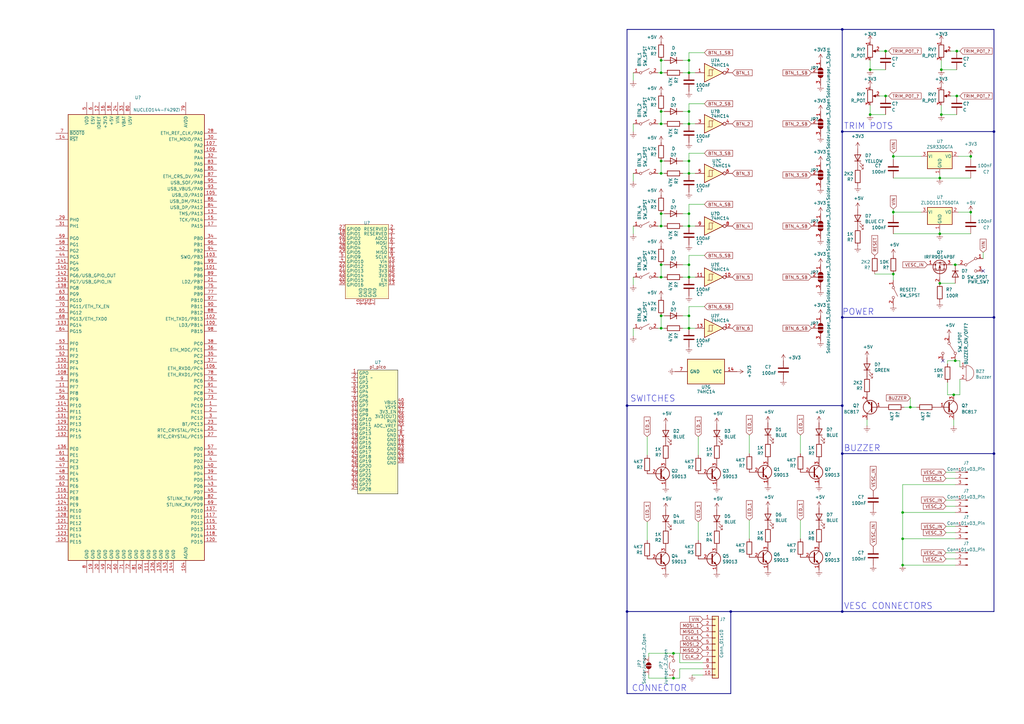
<source format=kicad_sch>
(kicad_sch (version 20230121) (generator eeschema)
  (paper "A3")
  (title_block (title "HEVCS Main Board") (date "2023-04-09") (rev "1.0") (company "Sirmon Industries, Noah Harvey, Jack Pendlebury, Daniel Cole, Luke Waller"))
  (junction (at 282.575 134.62))
  (junction (at 271.145 29.845))
  (junction (at 407.67 53.975))
  (junction (at 271.145 129.54))
  (junction (at 373.38 167.005))
  (junction (at 257.175 166.37))
  (junction (at 391.16 161.925))
  (junction (at 299.72 250.825))
  (junction (at 391.795 108.585))
  (junction (at 276.225 278.13))
  (junction (at 271.145 71.12))
  (junction (at 271.145 24.765))
  (junction (at 366.395 112.395))
  (junction (at 407.67 186.055))
  (junction (at 345.44 166.37))
  (junction (at 366.395 64.135))
  (junction (at 385.445 95.885))
  (junction (at 363.22 20.955))
  (junction (at 271.145 66.04))
  (junction (at 271.145 134.62))
  (junction (at 366.395 86.995))
  (junction (at 356.87 28.575))
  (junction (at 282.575 108.585))
  (junction (at 345.44 186.055))
  (junction (at 386.08 28.575))
  (junction (at 271.145 92.71))
  (junction (at 271.145 87.63))
  (junction (at 282.575 24.765))
  (junction (at 370.205 231.775))
  (junction (at 392.43 39.37))
  (junction (at 356.87 46.99))
  (junction (at 282.575 113.665))
  (junction (at 370.205 210.185))
  (junction (at 345.44 53.975))
  (junction (at 345.44 12.065))
  (junction (at 257.175 250.825))
  (junction (at 271.145 113.665))
  (junction (at 391.795 147.955))
  (junction (at 363.22 39.37))
  (junction (at 282.575 29.845))
  (junction (at 282.575 87.63))
  (junction (at 271.145 45.72))
  (junction (at 282.575 71.12))
  (junction (at 282.575 66.04))
  (junction (at 398.145 86.995))
  (junction (at 385.445 116.205))
  (junction (at 271.145 50.8))
  (junction (at 282.575 45.72))
  (junction (at 282.575 50.8))
  (junction (at 282.575 92.71))
  (junction (at 345.44 250.825))
  (junction (at 392.43 20.955))
  (junction (at 386.08 46.99))
  (junction (at 276.225 267.97))
  (junction (at 370.205 220.98))
  (junction (at 385.445 73.025))
  (junction (at 398.145 64.135))
  (junction (at 407.67 130.175))
  (junction (at 271.145 108.585))
  (junction (at 345.44 130.175))
  (junction (at 282.575 129.54))
  (no_connect (at 403.225 111.125))
  (no_connect (at 386.715 147.955))
  (wire (pts (xy 391.795 147.955) (xy 388.62 147.955)))
  (wire (pts (xy 280.035 66.04) (xy 282.575 66.04)))
  (wire (pts (xy 271.145 66.04) (xy 272.415 66.04)))
  (bus (pts (xy 345.44 53.975) (xy 407.67 53.975)))
  (wire (pts (xy 280.035 113.665) (xy 282.575 113.665)))
  (wire (pts (xy 282.575 92.71) (xy 285.115 92.71)))
  (wire (pts (xy 288.29 274.32) (xy 278.765 274.32)))
  (wire (pts (xy 266.065 267.97) (xy 276.225 267.97)))
  (bus (pts (xy 257.175 250.825) (xy 257.175 166.37)))
  (wire (pts (xy 385.445 71.755) (xy 385.445 73.025)))
  (wire (pts (xy 363.22 20.955) (xy 360.68 20.955)))
  (bus (pts (xy 257.175 166.37) (xy 257.175 12.065)))
  (wire (pts (xy 370.84 167.005) (xy 373.38 167.005)))
  (wire (pts (xy 271.145 24.765) (xy 271.145 29.845)))
  (wire (pts (xy 398.145 95.885) (xy 385.445 95.885)))
  (wire (pts (xy 392.43 20.955) (xy 393.7 20.955)))
  (wire (pts (xy 307.34 178.435) (xy 307.34 186.055)))
  (wire (pts (xy 282.575 125.73) (xy 288.925 125.73)))
  (wire (pts (xy 259.715 95.885) (xy 259.715 92.71)))
  (wire (pts (xy 269.875 113.665) (xy 271.145 113.665)))
  (wire (pts (xy 363.22 39.37) (xy 364.49 39.37)))
  (wire (pts (xy 280.035 108.585) (xy 282.575 108.585)))
  (wire (pts (xy 366.395 95.885) (xy 385.445 95.885)))
  (wire (pts (xy 280.035 24.765) (xy 282.575 24.765)))
  (wire (pts (xy 282.575 113.665) (xy 285.115 113.665)))
  (wire (pts (xy 307.34 213.36) (xy 307.34 220.98)))
  (wire (pts (xy 358.775 112.395) (xy 366.395 112.395)))
  (wire (pts (xy 356.87 24.765) (xy 356.87 28.575)))
  (wire (pts (xy 391.795 220.98) (xy 370.205 220.98)))
  (wire (pts (xy 271.145 45.72) (xy 272.415 45.72)))
  (wire (pts (xy 265.43 213.995) (xy 265.43 221.615)))
  (wire (pts (xy 278.765 267.97) (xy 276.225 267.97)))
  (wire (pts (xy 282.575 71.12) (xy 285.115 71.12)))
  (wire (pts (xy 328.295 213.36) (xy 328.295 220.98)))
  (wire (pts (xy 280.035 50.8) (xy 282.575 50.8)))
  (wire (pts (xy 269.875 134.62) (xy 271.145 134.62)))
  (wire (pts (xy 269.875 29.845) (xy 271.145 29.845)))
  (wire (pts (xy 391.16 161.925) (xy 393.7 161.925)))
  (wire (pts (xy 266.065 278.13) (xy 276.225 278.13)))
  (wire (pts (xy 370.205 220.98) (xy 370.205 231.775)))
  (wire (pts (xy 271.145 50.8) (xy 272.415 50.8)))
  (wire (pts (xy 373.38 167.005) (xy 375.92 167.005)))
  (wire (pts (xy 363.22 20.955) (xy 364.49 20.955)))
  (wire (pts (xy 366.395 86.995) (xy 377.825 86.995)))
  (wire (pts (xy 363.22 39.37) (xy 360.68 39.37)))
  (wire (pts (xy 288.29 271.78) (xy 278.765 271.78)))
  (wire (pts (xy 280.035 29.845) (xy 282.575 29.845)))
  (wire (pts (xy 387.985 226.695) (xy 391.795 226.695)))
  (wire (pts (xy 398.145 64.135) (xy 398.145 65.405)))
  (wire (pts (xy 387.985 205.105) (xy 391.795 205.105)))
  (wire (pts (xy 282.575 45.72) (xy 282.575 50.8)))
  (bus (pts (xy 407.67 53.975) (xy 407.67 12.065)))
  (wire (pts (xy 366.395 62.865) (xy 366.395 64.135)))
  (wire (pts (xy 391.16 172.085) (xy 391.16 174.625)))
  (wire (pts (xy 366.395 85.725) (xy 366.395 86.995)))
  (wire (pts (xy 386.08 43.18) (xy 386.08 46.99)))
  (wire (pts (xy 271.145 113.665) (xy 272.415 113.665)))
  (bus (pts (xy 257.175 250.825) (xy 257.175 284.48)))
  (wire (pts (xy 286.385 213.995) (xy 286.385 221.615)))
  (wire (pts (xy 387.985 218.44) (xy 391.795 218.44)))
  (bus (pts (xy 345.44 12.065) (xy 345.44 53.975)))
  (wire (pts (xy 370.205 198.755) (xy 370.205 210.185)))
  (wire (pts (xy 385.445 116.205) (xy 391.795 116.205)))
  (wire (pts (xy 259.715 33.02) (xy 259.715 29.845)))
  (wire (pts (xy 393.065 86.995) (xy 398.145 86.995)))
  (wire (pts (xy 259.715 74.295) (xy 259.715 71.12)))
  (bus (pts (xy 345.44 250.825) (xy 407.67 250.825)))
  (wire (pts (xy 386.08 24.765) (xy 386.08 28.575)))
  (bus (pts (xy 407.67 250.825) (xy 407.67 186.055)))
  (wire (pts (xy 269.875 92.71) (xy 271.145 92.71)))
  (wire (pts (xy 280.035 92.71) (xy 282.575 92.71)))
  (wire (pts (xy 282.575 21.59) (xy 282.575 24.765)))
  (wire (pts (xy 370.205 231.775) (xy 391.795 231.775)))
  (bus (pts (xy 345.44 250.825) (xy 299.72 250.825)))
  (wire (pts (xy 269.875 71.12) (xy 271.145 71.12)))
  (wire (pts (xy 387.985 196.215) (xy 391.795 196.215)))
  (wire (pts (xy 391.795 198.755) (xy 370.205 198.755)))
  (wire (pts (xy 386.08 46.99) (xy 392.43 46.99)))
  (wire (pts (xy 282.575 42.545) (xy 288.925 42.545)))
  (wire (pts (xy 356.87 46.99) (xy 363.22 46.99)))
  (wire (pts (xy 393.7 161.925) (xy 393.7 155.575)))
  (bus (pts (xy 345.44 130.175) (xy 345.44 166.37)))
  (wire (pts (xy 392.43 39.37) (xy 393.7 39.37)))
  (bus (pts (xy 407.67 130.175) (xy 407.67 53.975)))
  (wire (pts (xy 271.145 129.54) (xy 271.145 134.62)))
  (wire (pts (xy 393.7 150.495) (xy 393.7 147.955)))
  (wire (pts (xy 282.575 129.54) (xy 282.575 134.62)))
  (wire (pts (xy 280.035 87.63) (xy 282.575 87.63)))
  (wire (pts (xy 282.575 83.82) (xy 288.925 83.82)))
  (bus (pts (xy 299.72 250.825) (xy 257.175 250.825)))
  (wire (pts (xy 282.575 104.775) (xy 282.575 108.585)))
  (wire (pts (xy 282.575 83.82) (xy 282.575 87.63)))
  (bus (pts (xy 345.44 53.975) (xy 345.44 130.175)))
  (wire (pts (xy 280.035 129.54) (xy 282.575 129.54)))
  (bus (pts (xy 257.175 166.37) (xy 345.44 166.37)))
  (wire (pts (xy 391.795 210.185) (xy 370.205 210.185)))
  (wire (pts (xy 387.985 229.235) (xy 391.795 229.235)))
  (wire (pts (xy 386.08 28.575) (xy 392.43 28.575)))
  (wire (pts (xy 282.575 24.765) (xy 282.575 29.845)))
  (wire (pts (xy 271.145 29.845) (xy 272.415 29.845)))
  (bus (pts (xy 257.175 12.065) (xy 345.44 12.065)))
  (wire (pts (xy 366.395 73.025) (xy 385.445 73.025)))
  (wire (pts (xy 398.145 86.995) (xy 398.145 88.265)))
  (wire (pts (xy 393.065 64.135) (xy 398.145 64.135)))
  (wire (pts (xy 271.145 92.71) (xy 272.415 92.71)))
  (wire (pts (xy 366.395 86.995) (xy 366.395 88.265)))
  (wire (pts (xy 393.7 147.955) (xy 391.795 147.955)))
  (wire (pts (xy 282.575 21.59) (xy 288.925 21.59)))
  (wire (pts (xy 265.43 179.07) (xy 265.43 186.69)))
  (wire (pts (xy 387.985 215.9) (xy 391.795 215.9)))
  (wire (pts (xy 271.145 134.62) (xy 272.415 134.62)))
  (wire (pts (xy 387.985 207.645) (xy 391.795 207.645)))
  (wire (pts (xy 271.145 87.63) (xy 272.415 87.63)))
  (wire (pts (xy 283.845 276.86) (xy 288.29 276.86)))
  (wire (pts (xy 388.62 161.925) (xy 388.62 156.845)))
  (wire (pts (xy 385.445 94.615) (xy 385.445 95.885)))
  (wire (pts (xy 282.575 62.865) (xy 282.575 66.04)))
  (bus (pts (xy 345.44 186.055) (xy 407.67 186.055)))
  (wire (pts (xy 280.035 71.12) (xy 282.575 71.12)))
  (wire (pts (xy 282.575 66.04) (xy 282.575 71.12)))
  (wire (pts (xy 403.225 103.505) (xy 403.225 106.045)))
  (bus (pts (xy 345.44 166.37) (xy 345.44 186.055)))
  (wire (pts (xy 392.43 20.955) (xy 389.89 20.955)))
  (wire (pts (xy 398.145 73.025) (xy 385.445 73.025)))
  (wire (pts (xy 282.575 29.845) (xy 285.115 29.845)))
  (wire (pts (xy 391.795 108.585) (xy 393.065 108.585)))
  (wire (pts (xy 282.575 87.63) (xy 282.575 92.71)))
  (wire (pts (xy 370.205 210.185) (xy 370.205 220.98)))
  (bus (pts (xy 345.44 12.065) (xy 407.67 12.065)))
  (wire (pts (xy 366.395 64.135) (xy 366.395 65.405)))
  (bus (pts (xy 257.175 284.48) (xy 299.72 284.48)))
  (bus (pts (xy 407.67 186.055) (xy 407.67 130.175)))
  (wire (pts (xy 286.385 179.07) (xy 286.385 186.69)))
  (wire (pts (xy 280.035 45.72) (xy 282.575 45.72)))
  (wire (pts (xy 366.395 112.395) (xy 366.395 114.935)))
  (wire (pts (xy 271.145 108.585) (xy 272.415 108.585)))
  (wire (pts (xy 259.715 116.84) (xy 259.715 113.665)))
  (wire (pts (xy 266.065 269.24) (xy 266.065 267.97)))
  (wire (pts (xy 269.875 50.8) (xy 271.145 50.8)))
  (wire (pts (xy 271.145 24.765) (xy 272.415 24.765)))
  (bus (pts (xy 345.44 130.175) (xy 407.67 130.175)))
  (wire (pts (xy 282.575 134.62) (xy 285.115 134.62)))
  (wire (pts (xy 259.715 53.975) (xy 259.715 50.8)))
  (wire (pts (xy 282.575 104.775) (xy 288.925 104.775)))
  (wire (pts (xy 282.575 42.545) (xy 282.575 45.72)))
  (wire (pts (xy 392.43 39.37) (xy 389.89 39.37)))
  (wire (pts (xy 328.295 178.435) (xy 328.295 186.055)))
  (wire (pts (xy 271.145 87.63) (xy 271.145 92.71)))
  (wire (pts (xy 271.145 45.72) (xy 271.145 50.8)))
  (wire (pts (xy 271.145 108.585) (xy 271.145 113.665)))
  (wire (pts (xy 266.065 276.86) (xy 266.065 278.13)))
  (wire (pts (xy 278.765 271.78) (xy 278.765 267.97)))
  (bus (pts (xy 299.72 250.825) (xy 299.72 284.48)))
  (wire (pts (xy 278.765 278.13) (xy 276.225 278.13)))
  (wire (pts (xy 282.575 108.585) (xy 282.575 113.665)))
  (wire (pts (xy 259.715 137.795) (xy 259.715 134.62)))
  (wire (pts (xy 373.38 163.195) (xy 373.38 167.005)))
  (wire (pts (xy 390.525 108.585) (xy 391.795 108.585)))
  (wire (pts (xy 355.6 172.085) (xy 355.6 174.625)))
  (wire (pts (xy 271.145 71.12) (xy 272.415 71.12)))
  (bus (pts (xy 345.44 186.055) (xy 345.44 250.825)))
  (wire (pts (xy 282.575 125.73) (xy 282.575 129.54)))
  (wire (pts (xy 271.145 129.54) (xy 272.415 129.54)))
  (wire (pts (xy 388.62 161.925) (xy 391.16 161.925)))
  (wire (pts (xy 282.575 50.8) (xy 285.115 50.8)))
  (wire (pts (xy 388.62 147.955) (xy 388.62 149.225)))
  (wire (pts (xy 356.87 28.575) (xy 363.22 28.575)))
  (wire (pts (xy 356.87 43.18) (xy 356.87 46.99)))
  (wire (pts (xy 366.395 64.135) (xy 377.825 64.135)))
  (wire (pts (xy 282.575 62.865) (xy 288.925 62.865)))
  (wire (pts (xy 280.035 134.62) (xy 282.575 134.62)))
  (wire (pts (xy 387.985 193.675) (xy 391.795 193.675)))
  (wire (pts (xy 278.765 274.32) (xy 278.765 278.13)))
  (wire (pts (xy 271.145 66.04) (xy 271.145 71.12)))
  (text "BUZZER" (at 346.075 185.42 0) (effects (font (size 2.54 2.54)) (justify left bottom)))
  (text "CONNECTOR" (at 259.08 283.845 0) (effects (font (size 2.54 2.54)) (justify left bottom)))
  (text "VESC CONNECTORS" (at 346.075 250.19 0) (effects (font (size 2.54 2.54)) (justify left bottom)))
  (text "TRIM POTS" (at 346.075 53.34 0) (effects (font (size 2.54 2.54)) (justify left bottom)))
  (text "POWER" (at 345.44 129.54 0) (effects (font (size 2.54 2.54)) (justify left bottom)))
  (text "SWITCHES" (at 258.445 165.1 0) (effects (font (size 2.54 2.54)) (justify left bottom)))
  (global_label "VESC_IN" (shape input) (at 387.985 215.9 180) (property "Intersheetrefs" "${INTERSHEET_REFS}" (effects hide)))
  (global_label "BTN_1_SB" (shape input) (at 332.74 29.845 180) (property "Intersheetrefs" "${INTERSHEET_REFS}" (effects hide)))
  (global_label "TRIM_POT_?" (shape input) (at 393.7 39.37 0) (property "Intersheetrefs" "${INTERSHEET_REFS}" (effects hide)))
  (global_label "MISO_2" (shape input) (at 288.29 266.7 180) (property "Intersheetrefs" "${INTERSHEET_REFS}" (effects hide)))
  (global_label "LED_1" (shape input) (at 286.385 213.995 90) (property "Intersheetrefs" "${INTERSHEET_REFS}" (effects hide)))
  (global_label "BTN_5_SB" (shape input) (at 332.74 113.665 180) (property "Intersheetrefs" "${INTERSHEET_REFS}" (effects hide)))
  (global_label "MOSI_2" (shape input) (at 288.29 264.16 180) (property "Intersheetrefs" "${INTERSHEET_REFS}" (effects hide)))
  (global_label "BTN_1" (shape input) (at 300.355 29.845 0) (property "Intersheetrefs" "${INTERSHEET_REFS}" (effects hide)))
  (global_label "VESC_IN" (shape input) (at 358.14 201.295 90) (property "Intersheetrefs" "${INTERSHEET_REFS}" (effects hide)))
  (global_label "TRIM_POT_?" (shape input) (at 393.7 20.955 0) (property "Intersheetrefs" "${INTERSHEET_REFS}" (effects hide)))
  (global_label "LED_1" (shape input) (at 328.295 178.435 90) (property "Intersheetrefs" "${INTERSHEET_REFS}" (effects hide)))
  (global_label "LED_1" (shape input) (at 286.385 179.07 90) (property "Intersheetrefs" "${INTERSHEET_REFS}" (effects hide)))
  (global_label "VIN" (shape input) (at 288.29 254 180) (property "Intersheetrefs" "${INTERSHEET_REFS}" (effects hide)))
  (global_label "BTN_5_SB" (shape input) (at 288.925 104.775 0) (property "Intersheetrefs" "${INTERSHEET_REFS}" (effects hide)))
  (global_label "RESET" (shape input) (at 358.775 104.775 90) (property "Intersheetrefs" "${INTERSHEET_REFS}" (effects hide)))
  (global_label "BUZZER" (shape input) (at 373.38 163.195 180) (property "Intersheetrefs" "${INTERSHEET_REFS}" (effects hide)))
  (global_label "VESC_IN" (shape input) (at 387.985 205.105 180) (property "Intersheetrefs" "${INTERSHEET_REFS}" (effects hide)))
  (global_label "VESC_3" (shape input) (at 387.985 218.44 180) (property "Intersheetrefs" "${INTERSHEET_REFS}" (effects hide)))
  (global_label "BTN_6_SB" (shape input) (at 288.925 125.73 0) (property "Intersheetrefs" "${INTERSHEET_REFS}" (effects hide)))
  (global_label "VIN" (shape input) (at 403.225 103.505 90) (property "Intersheetrefs" "${INTERSHEET_REFS}" (effects hide)))
  (global_label "BTN_4" (shape input) (at 300.355 92.71 0) (property "Intersheetrefs" "${INTERSHEET_REFS}" (effects hide)))
  (global_label "TRIM_POT_?" (shape input) (at 364.49 39.37 0) (property "Intersheetrefs" "${INTERSHEET_REFS}" (effects hide)))
  (global_label "LED_1" (shape input) (at 328.295 213.36 90) (property "Intersheetrefs" "${INTERSHEET_REFS}" (effects hide)))
  (global_label "BTN_2" (shape input) (at 300.355 50.8 0) (property "Intersheetrefs" "${INTERSHEET_REFS}" (effects hide)))
  (global_label "VESC_IN" (shape input) (at 380.365 108.585 180) (property "Intersheetrefs" "${INTERSHEET_REFS}" (effects hide)))
  (global_label "BTN_3" (shape input) (at 300.355 71.12 0) (property "Intersheetrefs" "${INTERSHEET_REFS}" (effects hide)))
  (global_label "VIN" (shape input) (at 366.395 85.725 90) (property "Intersheetrefs" "${INTERSHEET_REFS}" (effects hide)))
  (global_label "VESC_IN" (shape input) (at 358.14 224.155 90) (property "Intersheetrefs" "${INTERSHEET_REFS}" (effects hide)))
  (global_label "BTN_3_SB" (shape input) (at 288.925 62.865 0) (property "Intersheetrefs" "${INTERSHEET_REFS}" (effects hide)))
  (global_label "VESC_4" (shape input) (at 387.985 229.235 180) (property "Intersheetrefs" "${INTERSHEET_REFS}" (effects hide)))
  (global_label "MOSI_1" (shape input) (at 288.29 256.54 180) (property "Intersheetrefs" "${INTERSHEET_REFS}" (effects hide)))
  (global_label "VESC_2" (shape input) (at 387.985 207.645 180) (property "Intersheetrefs" "${INTERSHEET_REFS}" (effects hide)))
  (global_label "BTN_2_SB" (shape input) (at 288.925 42.545 0) (property "Intersheetrefs" "${INTERSHEET_REFS}" (effects hide)))
  (global_label "BTN_5" (shape input) (at 300.355 113.665 0) (property "Intersheetrefs" "${INTERSHEET_REFS}" (effects hide)))
  (global_label "LED_1" (shape input) (at 265.43 213.995 90) (property "Intersheetrefs" "${INTERSHEET_REFS}" (effects hide)))
  (global_label "BTN_4_SB" (shape input) (at 332.74 92.71 180) (property "Intersheetrefs" "${INTERSHEET_REFS}" (effects hide)))
  (global_label "VESC_IN" (shape input) (at 387.985 226.695 180) (property "Intersheetrefs" "${INTERSHEET_REFS}" (effects hide)))
  (global_label "BTN_4_SB" (shape input) (at 288.925 83.82 0) (property "Intersheetrefs" "${INTERSHEET_REFS}" (effects hide)))
  (global_label "LED_1" (shape input) (at 265.43 179.07 90) (property "Intersheetrefs" "${INTERSHEET_REFS}" (effects hide)))
  (global_label "CLK_1" (shape input) (at 288.29 261.62 180) (property "Intersheetrefs" "${INTERSHEET_REFS}" (effects hide)))
  (global_label "VIN" (shape input) (at 366.395 62.865 90) (property "Intersheetrefs" "${INTERSHEET_REFS}" (effects hide)))
  (global_label "BTN_6_SB" (shape input) (at 332.74 134.62 180) (property "Intersheetrefs" "${INTERSHEET_REFS}" (effects hide)))
  (global_label "BTN_6" (shape input) (at 300.355 134.62 0) (property "Intersheetrefs" "${INTERSHEET_REFS}" (effects hide)))
  (global_label "VESC_1" (shape input) (at 387.985 196.215 180) (property "Intersheetrefs" "${INTERSHEET_REFS}" (effects hide)))
  (global_label "BTN_2_SB" (shape input) (at 332.74 50.8 180) (property "Intersheetrefs" "${INTERSHEET_REFS}" (effects hide)))
  (global_label "LED_1" (shape input) (at 307.34 213.36 90) (property "Intersheetrefs" "${INTERSHEET_REFS}" (effects hide)))
  (global_label "BTN_1_SB" (shape input) (at 288.925 21.59 0) (property "Intersheetrefs" "${INTERSHEET_REFS}" (effects hide)))
  (global_label "BTN_3_SB" (shape input) (at 332.74 71.755 180) (property "Intersheetrefs" "${INTERSHEET_REFS}" (effects hide)))
  (global_label "MISO_1" (shape input) (at 288.29 259.08 180) (property "Intersheetrefs" "${INTERSHEET_REFS}" (effects hide)))
  (global_label "VESC_IN" (shape input) (at 387.985 193.675 180) (property "Intersheetrefs" "${INTERSHEET_REFS}" (effects hide)))
  (global_label "CLK_2" (shape input) (at 288.29 269.24 180) (property "Intersheetrefs" "${INTERSHEET_REFS}" (effects hide)))
  (global_label "LED_1" (shape input) (at 307.34 178.435 90) (property "Intersheetrefs" "${INTERSHEET_REFS}" (effects hide)))
  (global_label "TRIM_POT_?" (shape input) (at 364.49 20.955 0) (property "Intersheetrefs" "${INTERSHEET_REFS}" (effects hide)))
  (symbol (lib_id "power:Earth") (at 273.05 234.315 0) (unit 1)
    (property "Reference" "#PWR071" (effects hide))
    (property "Value" "Earth" (effects hide))
  )
  (symbol (lib_id "power:Earth") (at 386.08 28.575 0) (unit 1)
    (property "Reference" "#PWR02" (effects hide))
    (property "Value" "Earth" (effects hide))
  )
  (symbol (lib_id "74xx:74HC14") (at 292.735 113.665 0) (unit 5)
    (property "Reference" "U?" (at 293.37 108.585 0))
    (property "Value" "74HC14" (at 295.275 110.49 0))
    (property "Footprint" "Package_SO:SO-14_3.9x8.65mm_P1.27mm" (effects hide))
    (property "Datasheet" "http://www.ti.com/lit/gpn/sn74HC14" (effects hide))
  )
  (symbol (lib_id "74xx:74HC14") (at 292.735 71.12 0) (unit 3)
    (property "Reference" "U?" (at 294.005 66.04 0))
    (property "Value" "74HC14" (at 295.91 67.945 0))
    (property "Footprint" "Package_SO:SO-14_3.9x8.65mm_P1.27mm" (effects hide))
    (property "Datasheet" "http://www.ti.com/lit/gpn/sn74HC14" (effects hide))
  )
  (symbol (lib_id "power:+5V") (at 335.915 173.355 0) (unit 1)
    (property "Reference" "#PWR09" (effects hide))
    (property "Value" "+5V" (at 336.296 168.9608 0))
  )
  (symbol (lib_id "Device:R") (at 271.145 20.955 180) (unit 1)
    (property "Reference" "R?" (at 269.367 22.1234 0) (effects (justify left)))
    (property "Value" "47K" (at 269.367 19.812 0) (effects (justify left)))
    (property "Footprint" "Resistor_SMD:R_0603_1608Metric" (effects hide))
  )
  (symbol (lib_id "Device:C") (at 363.22 43.18 0) (unit 1)
    (property "Reference" "C?" (at 365.76 42.545 0) (effects (justify left)))
    (property "Value" "C" (at 365.76 45.085 0) (effects (justify left)))
  )
  (symbol (lib_id "Device:R_Potentiometer") (at 386.08 39.37 0) (unit 1)
    (property "Reference" "RV?" (at 384.175 38.735 0) (effects (justify right)))
    (property "Value" "R_POT" (at 384.175 41.275 0) (effects (justify right)))
  )
  (symbol (lib_id "Device:R_Potentiometer") (at 356.87 39.37 0) (unit 1)
    (property "Reference" "RV?" (at 354.965 38.735 0) (effects (justify right)))
    (property "Value" "R_POT" (at 354.965 41.275 0) (effects (justify right)))
  )
  (symbol (lib_id "power:Earth") (at 259.715 137.795 0) (unit 1)
    (property "Reference" "#PWR022" (effects hide))
    (property "Value" "Earth" (effects hide))
  )
  (symbol (lib_id "Device:R") (at 351.79 97.155 180) (unit 1)
    (property "Reference" "R?" (at 350.012 98.3234 0) (effects (justify left)))
    (property "Value" "1K" (at 350.012 96.012 0) (effects (justify left)))
    (property "Footprint" "Resistor_SMD:R_0603_1608Metric" (effects hide))
  )
  (symbol (lib_id "power:Earth") (at 282.575 121.285 0) (unit 1)
    (property "Reference" "#PWR034" (effects hide))
    (property "Value" "Earth" (effects hide))
  )
  (symbol (lib_id "Jumper:SolderJumper_3_Open") (at 336.55 29.845 270) (unit 1)
    (property "Reference" "JP?" (at 334.01 27.94 90))
    (property "Value" "SolderJumper_3_Open" (at 339.725 29.845 0))
    (property "Footprint" "Jumper:SolderJumper-3_P1.3mm_Open_RoundedPad1.0x1.5mm_NumberLabels" (effects hide))
  )
  (symbol (lib_id "power:Earth") (at 355.6 174.625 0) (unit 1)
    (property "Reference" "#PWR014" (effects hide))
    (property "Value" "Earth" (effects hide))
  )
  (symbol (lib_id "power:Earth") (at 335.915 233.68 0) (unit 1)
    (property "Reference" "#PWR077" (effects hide))
    (property "Value" "Earth" (effects hide))
  )
  (symbol (lib_id "power:Earth") (at 366.395 125.095 0) (unit 1)
    (property "Reference" "#PWR058" (effects hide))
    (property "Value" "Earth" (effects hide))
  )
  (symbol (lib_id "Device:R") (at 328.295 189.865 180) (unit 1)
    (property "Reference" "R?" (at 326.517 191.0334 0) (effects (justify left)))
    (property "Value" "4K7" (at 326.517 188.722 0) (effects (justify left)))
    (property "Footprint" "Resistor_SMD:R_0603_1608Metric" (effects hide))
  )
  (symbol (lib_id "power:+3V3") (at 386.08 35.56 0) (unit 1)
    (property "Reference" "#PWR07" (effects hide))
    (property "Value" "+3V3" (at 386.08 32.385 0))
  )
  (symbol (lib_id "power:+3V3") (at 356.87 17.145 0) (unit 1)
    (property "Reference" "#PWR03" (effects hide))
    (property "Value" "+3V3" (at 356.87 13.97 0))
  )
  (symbol (lib_id "My_Library.lib:ESP8266") (at 149.225 95.885 0) (unit 1)
    (property "Reference" "U?" (at 150.495 91.44 0))
    (property "Value" "~" (at 139.065 95.885 0))
  )
  (symbol (lib_id "Transistor_BJT:2N2219") (at 291.465 194.31 0) (unit 1)
    (property "Reference" "Q3" (at 296.291 193.1416 0) (effects (justify left)))
    (property "Value" "S9013" (at 296.291 195.453 0) (effects (justify left)))
    (property "Footprint" "Package_TO_SOT_SMD:SOT-23" (effects hide))
    (property "Datasheet" "http://www.onsemi.com/pub_link/Collateral/2N2219-D.PDF" (effects hide))
  )
  (symbol (lib_id "power:+5V") (at 314.96 173.355 0) (unit 1)
    (property "Reference" "#PWR056" (effects hide))
    (property "Value" "+5V" (at 315.341 168.9608 0))
  )
  (symbol (lib_id "Device:D") (at 276.225 108.585 180) (unit 1)
    (property "Reference" "D?" (at 276.225 106.045 0))
    (property "Value" "D" (at 276.225 103.505 0))
    (property "Footprint" "Diode_SMD:D_SMA" (effects hide))
  )
  (symbol (lib_id "Device:LED") (at 355.6 150.495 90) (unit 1)
    (property "Reference" "D?" (at 358.5972 149.5044 90) (effects (justify right)))
    (property "Value" "GREEN" (at 358.5972 151.8158 90) (effects (justify right)))
    (property "Footprint" "LED_SMD:LED_0603_1608Metric" (effects hide))
  )
  (symbol (lib_id "Jumper:SolderJumper_3_Open") (at 336.55 134.62 270) (unit 1)
    (property "Reference" "JP?" (at 334.01 132.715 90))
    (property "Value" "SolderJumper_3_Open" (at 339.725 134.62 0))
    (property "Footprint" "Jumper:SolderJumper-3_P1.3mm_Open_RoundedPad1.0x1.5mm_NumberLabels" (effects hide))
  )
  (symbol (lib_id "Device:R") (at 265.43 190.5 180) (unit 1)
    (property "Reference" "R?" (at 263.652 191.6684 0) (effects (justify left)))
    (property "Value" "4K7" (at 263.652 189.357 0) (effects (justify left)))
    (property "Footprint" "Resistor_SMD:R_0603_1608Metric" (effects hide))
  )
  (symbol (lib_id "Device:R") (at 286.385 190.5 180) (unit 1)
    (property "Reference" "R?" (at 284.607 191.6684 0) (effects (justify left)))
    (property "Value" "4K7" (at 284.607 189.357 0) (effects (justify left)))
    (property "Footprint" "Resistor_SMD:R_0603_1608Metric" (effects hide))
  )
  (symbol (lib_id "power:Earth") (at 351.79 76.2 0) (unit 1)
    (property "Reference" "#PWR052" (effects hide))
    (property "Value" "Earth" (effects hide))
  )
  (symbol (lib_id "power:+3V3") (at 302.26 152.4 270) (mirror x) (unit 1)
    (property "Reference" "#PWR036" (effects hide))
    (property "Value" "+3V3" (at 307.34 152.4 0))
  )
  (symbol (lib_id "Device:R") (at 294.005 220.345 180) (unit 1)
    (property "Reference" "R4" (at 292.227 221.5134 0) (effects (justify left)))
    (property "Value" "1K" (at 292.227 219.202 0) (effects (justify left)))
    (property "Footprint" "Resistor_SMD:R_0603_1608Metric" (effects hide))
  )
  (symbol (lib_id "Device:R") (at 351.79 72.39 180) (unit 1)
    (property "Reference" "R?" (at 350.012 73.5584 0) (effects (justify left)))
    (property "Value" "2K2" (at 350.012 71.247 0) (effects (justify left)))
    (property "Footprint" "Resistor_SMD:R_0603_1608Metric" (effects hide))
  )
  (symbol (lib_id "Device:Q_PMOS_DGS") (at 385.445 111.125 90) (unit 1)
    (property "Reference" "Q?" (at 385.445 103.505 90))
    (property "Value" "IRFR9014PBF" (at 385.445 105.41 90))
    (property "Footprint" "My_library:STD20NF06L" (effects hide))
  )
  (symbol (lib_id "power:+5V") (at 366.395 104.775 0) (unit 1)
    (property "Reference" "#PWR057" (effects hide))
    (property "Value" "+5V" (at 366.776 100.3808 0))
  )
  (symbol (lib_id "power:Earth") (at 336.55 97.79 0) (unit 1)
    (property "Reference" "#PWR046" (effects hide))
    (property "Value" "Earth" (effects hide))
  )
  (symbol (lib_id "Device:R") (at 276.225 50.8 270) (unit 1)
    (property "Reference" "R?" (at 277.3934 52.578 0) (effects (justify left)))
    (property "Value" "47K" (at 275.082 52.578 0) (effects (justify left)))
    (property "Footprint" "Resistor_SMD:R_0603_1608Metric" (effects hide))
  )
  (symbol (lib_id "Device:R") (at 358.775 108.585 180) (unit 1)
    (property "Reference" "R?" (at 356.997 109.7534 0) (effects (justify left)))
    (property "Value" "2K2" (at 356.997 107.442 0) (effects (justify left)))
    (property "Footprint" "Resistor_SMD:R_0603_1608Metric" (effects hide))
  )
  (symbol (lib_id "power:+5V") (at 294.005 173.99 0) (unit 1)
    (property "Reference" "#PWR068" (effects hide))
    (property "Value" "+5V" (at 294.386 169.5958 0))
  )
  (symbol (lib_id "Device:C") (at 366.395 92.075 0) (unit 1)
    (property "Reference" "C?" (at 360.045 90.805 0) (effects (justify left)))
    (property "Value" "100nF" (at 357.505 93.345 0) (effects (justify left)))
    (property "Footprint" "Capacitor_SMD:C_0603_1608Metric" (effects hide))
  )
  (symbol (lib_id "power:Earth") (at 385.445 73.025 0) (unit 1)
    (property "Reference" "#PWR059" (effects hide))
    (property "Value" "Earth" (effects hide))
  )
  (symbol (lib_id "power:+5V") (at 351.79 85.725 0) (unit 1)
    (property "Reference" "#PWR053" (effects hide))
    (property "Value" "+5V" (at 352.171 81.3308 0))
  )
  (symbol (lib_id "Connector:Conn_01x03_Pin") (at 396.875 196.215 0) (mirror y) (unit 1)
    (property "Reference" "J?" (at 396.24 189.865 0))
    (property "Value" "Conn_01x03_Pin" (at 396.24 192.405 0))
  )
  (symbol (lib_id "Connector:Conn_01x03_Pin") (at 396.875 218.44 0) (mirror y) (unit 1)
    (property "Reference" "J?" (at 396.24 212.09 0))
    (property "Value" "Conn_01x03_Pin" (at 396.24 214.63 0))
  )
  (symbol (lib_id "Device:LED") (at 351.79 64.77 90) (unit 1)
    (property "Reference" "D?" (at 354.7872 63.7794 90) (effects (justify right)))
    (property "Value" "YELLOW" (at 354.7872 66.0908 90) (effects (justify right)))
    (property "Footprint" "LED_SMD:LED_0603_1608Metric" (effects hide))
  )
  (symbol (lib_id "power:Earth") (at 336.55 118.745 0) (unit 1)
    (property "Reference" "#PWR048" (effects hide))
    (property "Value" "Earth" (effects hide))
  )
  (symbol (lib_id "Device:R") (at 271.145 104.775 180) (unit 1)
    (property "Reference" "R?" (at 269.367 105.9434 0) (effects (justify left)))
    (property "Value" "47K" (at 269.367 103.632 0) (effects (justify left)))
    (property "Footprint" "Resistor_SMD:R_0603_1608Metric" (effects hide))
  )
  (symbol (lib_id "Transistor_BJT:2N2219") (at 270.51 194.31 0) (unit 1)
    (property "Reference" "Q2" (at 275.336 193.1416 0) (effects (justify left)))
    (property "Value" "S9013" (at 275.336 195.453 0) (effects (justify left)))
    (property "Footprint" "Package_TO_SOT_SMD:SOT-23" (effects hide))
    (property "Datasheet" "http://www.onsemi.com/pub_link/Collateral/2N2219-D.PDF" (effects hide))
  )
  (symbol (lib_id "power:+5V") (at 273.05 173.99 0) (unit 1)
    (property "Reference" "#PWR066" (effects hide))
    (property "Value" "+5V" (at 273.431 169.5958 0))
  )
  (symbol (lib_id "power:Earth") (at 294.005 199.39 0) (unit 1)
    (property "Reference" "#PWR069" (effects hide))
    (property "Value" "Earth" (effects hide))
  )
  (symbol (lib_id "power:Earth") (at 335.915 198.755 0) (unit 1)
    (property "Reference" "#PWR010" (effects hide))
    (property "Value" "Earth" (effects hide))
  )
  (symbol (lib_id "Device:C") (at 366.395 69.215 0) (unit 1)
    (property "Reference" "C?" (at 358.775 67.945 0) (effects (justify left)))
    (property "Value" "100nF" (at 357.505 70.485 0) (effects (justify left)))
    (property "Footprint" "Capacitor_SMD:C_0603_1608Metric" (effects hide))
  )
  (symbol (lib_id "Transistor_BJT:BC817") (at 358.14 167.005 180) (unit 1)
    (property "Reference" "Q?" (at 352.425 166.37 0) (effects (justify left)))
    (property "Value" "BC817" (at 352.425 168.91 0) (effects (justify left)))
    (property "Footprint" "Package_TO_SOT_SMD:SOT-23" (effects hide))
    (property "Datasheet" "https://www.onsemi.com/pub/Collateral/BC818-D.pdf" (effects hide))
  )
  (symbol (lib_id "power:+5V") (at 271.145 38.1 0) (unit 1)
    (property "Reference" "#PWR025" (effects hide))
    (property "Value" "+5V" (at 267.335 36.195 0))
  )
  (symbol (lib_id "Jumper:SolderJumper_3_Open") (at 336.55 50.8 270) (unit 1)
    (property "Reference" "JP?" (at 334.01 48.895 90))
    (property "Value" "SolderJumper_3_Open" (at 339.725 50.8 0))
    (property "Footprint" "Jumper:SolderJumper-3_P1.3mm_Open_RoundedPad1.0x1.5mm_NumberLabels" (effects hide))
  )
  (symbol (lib_id "Device:R") (at 367.03 167.005 270) (unit 1)
    (property "Reference" "R?" (at 368.1984 168.783 0) (effects (justify left)))
    (property "Value" "4K7" (at 365.887 168.783 0) (effects (justify left)))
    (property "Footprint" "Resistor_SMD:R_0603_1608Metric" (effects hide))
  )
  (symbol (lib_id "power:Earth") (at 259.715 95.885 0) (unit 1)
    (property "Reference" "#PWR020" (effects hide))
    (property "Value" "Earth" (effects hide))
  )
  (symbol (lib_id "power:Earth") (at 282.575 58.42 0) (unit 1)
    (property "Reference" "#PWR031" (effects hide))
    (property "Value" "Earth" (effects hide))
  )
  (symbol (lib_id "Device:LED") (at 314.96 177.165 90) (unit 1)
    (property "Reference" "D1" (at 317.9572 176.1744 90) (effects (justify right)))
    (property "Value" "BLUE" (at 317.9572 178.4858 90) (effects (justify right)))
    (property "Footprint" "LED_SMD:LED_0603_1608Metric" (effects hide))
  )
  (symbol (lib_id "Switch:SW_SPST") (at 264.795 50.8 0) (unit 1)
    (property "Reference" "BTN_2" (at 262.255 48.26 90) (effects (justify left)))
    (property "Value" "SW_SPST" (at 264.5664 48.26 90) (effects (justify left)))
    (property "Footprint" "Button_Switch_SMD:SW_Push_1P1T_NO_6x6mm_H9.5mm" (effects hide))
  )
  (symbol (lib_id "Transistor_BJT:2N2219") (at 312.42 193.675 0) (unit 1)
    (property "Reference" "Q1" (at 317.246 192.5066 0) (effects (justify left)))
    (property "Value" "S9013" (at 317.246 194.818 0) (effects (justify left)))
    (property "Footprint" "Package_TO_SOT_SMD:SOT-23" (effects hide))
    (property "Datasheet" "http://www.onsemi.com/pub_link/Collateral/2N2219-D.PDF" (effects hide))
  )
  (symbol (lib_id "power:+5V") (at 335.915 208.28 0) (unit 1)
    (property "Reference" "#PWR076" (effects hide))
    (property "Value" "+5V" (at 336.296 203.8858 0))
  )
  (symbol (lib_id "Device:C") (at 282.575 96.52 180) (unit 1)
    (property "Reference" "C?" (at 288.29 99.695 0) (effects (justify left)))
    (property "Value" "100nF" (at 291.465 97.79 0) (effects (justify left)))
    (property "Footprint" "Capacitor_SMD:C_0603_1608Metric" (effects hide))
  )
  (symbol (lib_id "power:Earth") (at 276.86 152.4 270) (mirror x) (unit 1)
    (property "Reference" "#PWR023" (effects hide))
    (property "Value" "Earth" (effects hide))
  )
  (symbol (lib_id "power:+3.3V") (at 336.55 66.675 0) (mirror y) (unit 1)
    (property "Reference" "#PWR043" (effects hide))
    (property "Value" "+3.3V" (at 336.169 62.2808 0))
  )
  (symbol (lib_id "Device:C") (at 282.575 117.475 180) (unit 1)
    (property "Reference" "C?" (at 288.29 120.65 0) (effects (justify left)))
    (property "Value" "100nF" (at 291.465 118.745 0) (effects (justify left)))
    (property "Footprint" "Capacitor_SMD:C_0603_1608Metric" (effects hide))
  )
  (symbol (lib_id "power:Earth") (at 358.14 231.775 0) (unit 1)
    (property "Reference" "#PWR055" (effects hide))
    (property "Value" "Earth" (effects hide))
  )
  (symbol (lib_id "My_Library.lib:pi_pico") (at 154.94 179.705 0) (unit 1)
    (property "Reference" "U?" (at 154.94 148.59 0))
    (property "Value" "~" (at 152.4 154.94 0))
  )
  (symbol (lib_id "Device:R") (at 379.73 167.005 270) (unit 1)
    (property "Reference" "R?" (at 380.8984 168.783 0) (effects (justify left)))
    (property "Value" "4K7" (at 378.587 168.783 0) (effects (justify left)))
    (property "Footprint" "Resistor_SMD:R_0603_1608Metric" (effects hide))
  )
  (symbol (lib_id "Switch:SW_SPDT") (at 398.145 108.585 0) (unit 1)
    (property "Reference" "PWR_SW?" (at 405.765 115.57 0) (effects (justify right)))
    (property "Value" "SW_SPDT" (at 405.13 113.665 0) (effects (justify right)))
    (property "Footprint" "My_library:KNX-1-D1" (effects hide))
  )
  (symbol (lib_id "power:Earth") (at 356.87 46.99 0) (unit 1)
    (property "Reference" "#PWR06" (effects hide))
    (property "Value" "Earth" (effects hide))
  )
  (symbol (lib_id "Device:C") (at 398.145 92.075 180) (unit 1)
    (property "Reference" "C?" (at 405.765 93.345 0) (effects (justify left)))
    (property "Value" "100nF" (at 407.035 90.805 0) (effects (justify left)))
    (property "Footprint" "Capacitor_SMD:C_0603_1608Metric" (effects hide))
  )
  (symbol (lib_id "power:Earth") (at 282.575 37.465 0) (unit 1)
    (property "Reference" "#PWR030" (effects hide))
    (property "Value" "Earth" (effects hide))
  )
  (symbol (lib_id "power:+3.3V") (at 336.55 87.63 0) (mirror y) (unit 1)
    (property "Reference" "#PWR045" (effects hide))
    (property "Value" "+3.3V" (at 336.169 83.2358 0))
  )
  (symbol (lib_id "power:Earth") (at 259.715 74.295 0) (unit 1)
    (property "Reference" "#PWR019" (effects hide))
    (property "Value" "Earth" (effects hide))
  )
  (symbol (lib_id "Device:R") (at 307.34 224.79 180) (unit 1)
    (property "Reference" "R5" (at 305.562 225.9584 0) (effects (justify left)))
    (property "Value" "4K7" (at 305.562 223.647 0) (effects (justify left)))
    (property "Footprint" "Resistor_SMD:R_0603_1608Metric" (effects hide))
  )
  (symbol (lib_id "power:Earth") (at 294.005 234.315 0) (unit 1)
    (property "Reference" "#PWR073" (effects hide))
    (property "Value" "Earth" (effects hide))
  )
  (symbol (lib_id "Device:LED") (at 273.05 177.8 90) (unit 1)
    (property "Reference" "D2" (at 276.0472 176.8094 90) (effects (justify right)))
    (property "Value" "BLUE" (at 276.0472 179.1208 90) (effects (justify right)))
    (property "Footprint" "LED_SMD:LED_0603_1608Metric" (effects hide))
  )
  (symbol (lib_id "Device:R") (at 286.385 225.425 180) (unit 1)
    (property "Reference" "R3" (at 284.607 226.5934 0) (effects (justify left)))
    (property "Value" "4K7" (at 284.607 224.282 0) (effects (justify left)))
    (property "Footprint" "Resistor_SMD:R_0603_1608Metric" (effects hide))
  )
  (symbol (lib_id "power:+3.3V") (at 336.55 45.72 0) (mirror y) (unit 1)
    (property "Reference" "#PWR041" (effects hide))
    (property "Value" "+3.3V" (at 336.169 41.3258 0))
  )
  (symbol (lib_id "Device:R") (at 388.62 153.035 180) (unit 1)
    (property "Reference" "R?" (at 386.842 154.2034 0) (effects (justify left)))
    (property "Value" "10K" (at 386.842 151.892 0) (effects (justify left)))
    (property "Footprint" "Resistor_SMD:R_0603_1608Metric" (effects hide))
  )
  (symbol (lib_id "MCU_Module:NUCLEO144-F429ZI") (at 55.88 138.43 0) (unit 1)
    (property "Reference" "U?" (at 55.245 40.005 0) (effects (justify left)))
    (property "Value" "NUCLEO144-F429ZI" (at 54.61 45.085 0) (effects (justify left)))
    (property "Footprint" "My_library:MODULE_NUCLEO-F429ZI_JUST_PINS" (effects hide))
    (property "Datasheet" "http://www.st.com/content/ccc/resource/technical/document/data_brief/group0/7b/df/1d/e9/64/55/43/8d/DM00247910/files/DM00247910.pdf/jcr:content/translations/en.DM00247910.pdf" (effects hide))
  )
  (symbol (lib_id "power:Earth") (at 351.79 100.965 0) (unit 1)
    (property "Reference" "#PWR054" (effects hide))
    (property "Value" "Earth" (effects hide))
  )
  (symbol (lib_id "power:Earth") (at 314.96 198.755 0) (unit 1)
    (property "Reference" "#PWR065" (effects hide))
    (property "Value" "Earth" (effects hide))
  )
  (symbol (lib_id "Switch:SW_SPST") (at 366.395 120.015 270) (unit 1)
    (property "Reference" "RESET?" (at 368.8842 118.8466 90) (effects (justify left)))
    (property "Value" "SW_SPST" (at 368.8842 121.158 90) (effects (justify left)))
    (property "Footprint" "Button_Switch_SMD:SW_Push_1P1T_NO_6x6mm_H9.5mm" (effects hide))
  )
  (symbol (lib_id "Device:C") (at 358.14 205.105 0) (unit 1)
    (property "Reference" "C?" (at 351.79 203.835 0) (effects (justify left)))
    (property "Value" "100nF" (at 349.25 206.375 0) (effects (justify left)))
    (property "Footprint" "Capacitor_SMD:C_0603_1608Metric" (effects hide))
  )
  (symbol (lib_id "Device:C") (at 363.22 24.765 0) (unit 1)
    (property "Reference" "C?" (at 365.76 24.13 0) (effects (justify left)))
    (property "Value" "C" (at 365.76 26.67 0) (effects (justify left)))
  )
  (symbol (lib_id "Device:R") (at 307.34 189.865 180) (unit 1)
    (property "Reference" "R?" (at 305.562 191.0334 0) (effects (justify left)))
    (property "Value" "4K7" (at 305.562 188.722 0) (effects (justify left)))
    (property "Footprint" "Resistor_SMD:R_0603_1608Metric" (effects hide))
  )
  (symbol (lib_id "power:Earth") (at 283.845 276.86 0) (unit 1)
    (property "Reference" "#PWR062" (effects hide))
    (property "Value" "Earth" (effects hide))
  )
  (symbol (lib_id "Device:LED") (at 273.05 212.725 90) (unit 1)
    (property "Reference" "D4" (at 276.0472 211.7344 90) (effects (justify right)))
    (property "Value" "BLUE" (at 276.0472 214.0458 90) (effects (justify right)))
    (property "Footprint" "LED_SMD:LED_0603_1608Metric" (effects hide))
  )
  (symbol (lib_id "power:+3.3V") (at 336.55 129.54 0) (mirror y) (unit 1)
    (property "Reference" "#PWR049" (effects hide))
    (property "Value" "+3.3V" (at 336.169 125.1458 0))
  )
  (symbol (lib_id "Device:C") (at 392.43 24.765 0) (unit 1)
    (property "Reference" "C?" (at 394.97 24.13 0) (effects (justify left)))
    (property "Value" "C" (at 394.97 26.67 0) (effects (justify left)))
  )
  (symbol (lib_id "power:Earth") (at 259.715 33.02 0) (unit 1)
    (property "Reference" "#PWR017" (effects hide))
    (property "Value" "Earth" (effects hide))
  )
  (symbol (lib_id "Device:R") (at 271.145 125.73 180) (unit 1)
    (property "Reference" "R?" (at 269.367 126.8984 0) (effects (justify left)))
    (property "Value" "47K" (at 269.367 124.587 0) (effects (justify left)))
    (property "Footprint" "Resistor_SMD:R_0603_1608Metric" (effects hide))
  )
  (symbol (lib_id "Device:R") (at 335.915 184.785 180) (unit 1)
    (property "Reference" "R?" (at 334.137 185.9534 0) (effects (justify left)))
    (property "Value" "1K" (at 334.137 183.642 0) (effects (justify left)))
    (property "Footprint" "Resistor_SMD:R_0603_1608Metric" (effects hide))
  )
  (symbol (lib_id "Device:R_Potentiometer") (at 386.08 20.955 0) (unit 1)
    (property "Reference" "RV?" (at 384.175 20.32 0) (effects (justify right)))
    (property "Value" "R_POT" (at 384.175 22.86 0) (effects (justify right)))
  )
  (symbol (lib_id "Device:C") (at 282.575 54.61 180) (unit 1)
    (property "Reference" "C?" (at 288.29 57.785 0) (effects (justify left)))
    (property "Value" "100nF" (at 291.465 55.88 0) (effects (justify left)))
    (property "Footprint" "Capacitor_SMD:C_0603_1608Metric" (effects hide))
  )
  (symbol (lib_id "power:Earth") (at 282.575 78.74 0) (unit 1)
    (property "Reference" "#PWR032" (effects hide))
    (property "Value" "Earth" (effects hide))
  )
  (symbol (lib_id "Device:D") (at 276.225 66.04 180) (unit 1)
    (property "Reference" "D?" (at 276.225 63.5 0))
    (property "Value" "D" (at 276.225 60.96 0))
    (property "Footprint" "Diode_SMD:D_SMA" (effects hide))
  )
  (symbol (lib_id "Switch:SW_SPST") (at 264.795 29.845 0) (unit 1)
    (property "Reference" "BTN_1" (at 262.255 27.305 90) (effects (justify left)))
    (property "Value" "SW_SPST" (at 264.5664 27.305 90) (effects (justify left)))
    (property "Footprint" "Button_Switch_SMD:SW_Push_1P1T_NO_6x6mm_H9.5mm" (effects hide))
  )
  (symbol (lib_id "Device:R") (at 265.43 225.425 180) (unit 1)
    (property "Reference" "R1" (at 263.652 226.5934 0) (effects (justify left)))
    (property "Value" "4K7" (at 263.652 224.282 0) (effects (justify left)))
    (property "Footprint" "Resistor_SMD:R_0603_1608Metric" (effects hide))
  )
  (symbol (lib_id "power:+5V") (at 271.145 80.01 0) (unit 1)
    (property "Reference" "#PWR027" (effects hide))
    (property "Value" "+5V" (at 267.335 78.105 0))
  )
  (symbol (lib_id "power:+3V3") (at 351.79 60.96 0) (unit 1)
    (property "Reference" "#PWR051" (effects hide))
    (property "Value" "+3V3" (at 351.79 55.88 0))
  )
  (symbol (lib_id "Device:R") (at 271.145 41.91 180) (unit 1)
    (property "Reference" "R?" (at 269.367 43.0784 0) (effects (justify left)))
    (property "Value" "47K" (at 269.24 40.64 0) (effects (justify left)))
    (property "Footprint" "Resistor_SMD:R_0603_1608Metric" (effects hide))
  )
  (symbol (lib_id "Switch:SW_SPST") (at 264.795 113.665 0) (unit 1)
    (property "Reference" "BTN_5" (at 262.255 111.125 90) (effects (justify left)))
    (property "Value" "SW_SPST" (at 264.5664 111.125 90) (effects (justify left)))
    (property "Footprint" "Button_Switch_SMD:SW_Push_1P1T_NO_6x6mm_H9.5mm" (effects hide))
  )
  (symbol (lib_id "power:Earth") (at 336.55 139.7 0) (unit 1)
    (property "Reference" "#PWR050" (effects hide))
    (property "Value" "Earth" (effects hide))
  )
  (symbol (lib_id "Regulator_Linear:LM1117-5.0") (at 385.445 86.995 0) (unit 1)
    (property "Reference" "U?" (at 385.445 80.8482 0))
    (property "Value" "ZLDO1117G50TA" (at 385.445 83.1596 0))
    (property "Footprint" "Package_TO_SOT_SMD:SOT-223" (effects hide))
    (property "Datasheet" "https://www.ti.com/lit/ds/symlink/lm2940-n.pdf?HQS=dis-mous-null-mousermode-dsf-pf-null-wwe&ts=1644936500745&ref_url=https%253A%252F%252Fwww.mouser.es%252F" (effects hide))
  )
  (symbol (lib_id "power:Earth") (at 385.445 95.885 0) (unit 1)
    (property "Reference" "#PWR060" (effects hide))
    (property "Value" "Earth" (effects hide))
  )
  (symbol (lib_id "Jumper:SolderJumper_3_Open") (at 336.55 113.665 270) (unit 1)
    (property "Reference" "JP?" (at 334.01 111.76 90))
    (property "Value" "SolderJumper_3_Open" (at 339.725 113.665 0))
    (property "Footprint" "Jumper:SolderJumper-3_P1.3mm_Open_RoundedPad1.0x1.5mm_NumberLabels" (effects hide))
  )
  (symbol (lib_id "Device:R") (at 314.96 219.71 180) (unit 1)
    (property "Reference" "R6" (at 313.182 220.8784 0) (effects (justify left)))
    (property "Value" "1K" (at 313.182 218.567 0) (effects (justify left)))
    (property "Footprint" "Resistor_SMD:R_0603_1608Metric" (effects hide))
  )
  (symbol (lib_id "Device:LED") (at 294.005 177.8 90) (unit 1)
    (property "Reference" "D3" (at 297.0022 176.8094 90) (effects (justify right)))
    (property "Value" "BLUE" (at 297.0022 179.1208 90) (effects (justify right)))
    (property "Footprint" "LED_SMD:LED_0603_1608Metric" (effects hide))
  )
  (symbol (lib_id "Transistor_BJT:2N2219") (at 333.375 193.675 0) (unit 1)
    (property "Reference" "Q?" (at 338.201 192.5066 0) (effects (justify left)))
    (property "Value" "S9013" (at 338.201 194.818 0) (effects (justify left)))
    (property "Footprint" "Package_TO_SOT_SMD:SOT-23" (effects hide))
    (property "Datasheet" "http://www.onsemi.com/pub_link/Collateral/2N2219-D.PDF" (effects hide))
  )
  (symbol (lib_id "power:Earth") (at 370.205 231.775 0) (unit 1)
    (property "Reference" "#PWR011" (effects hide))
    (property "Value" "Earth" (effects hide))
  )
  (symbol (lib_id "power:+3V3") (at 398.145 64.135 0) (unit 1)
    (property "Reference" "#PWR063" (effects hide))
    (property "Value" "+3V3" (at 398.145 59.055 0))
  )
  (symbol (lib_id "power:Earth") (at 282.575 100.33 0) (unit 1)
    (property "Reference" "#PWR033" (effects hide))
    (property "Value" "Earth" (effects hide))
  )
  (symbol (lib_id "Device:C") (at 358.14 227.965 0) (unit 1)
    (property "Reference" "C?" (at 351.79 226.695 0) (effects (justify left)))
    (property "Value" "100nF" (at 349.25 229.235 0) (effects (justify left)))
    (property "Footprint" "Capacitor_SMD:C_0603_1608Metric" (effects hide))
  )
  (symbol (lib_id "Connector:Conn_01x03_Pin") (at 396.875 207.645 0) (mirror y) (unit 1)
    (property "Reference" "J?" (at 396.24 201.295 0))
    (property "Value" "Conn_01x03_Pin" (at 396.24 203.835 0))
  )
  (symbol (lib_id "power:+5V") (at 271.145 58.42 0) (unit 1)
    (property "Reference" "#PWR026" (effects hide))
    (property "Value" "+5V" (at 267.335 56.515 0))
  )
  (symbol (lib_id "power:+3.3V") (at 336.55 24.765 0) (mirror y) (unit 1)
    (property "Reference" "#PWR039" (effects hide))
    (property "Value" "+3.3V" (at 336.169 20.3708 0))
  )
  (symbol (lib_id "power:Earth") (at 385.445 123.825 0) (unit 1)
    (property "Reference" "#PWR061" (effects hide))
    (property "Value" "Earth" (effects hide))
  )
  (symbol (lib_id "power:+5V") (at 273.05 208.915 0) (unit 1)
    (property "Reference" "#PWR070" (effects hide))
    (property "Value" "+5V" (at 273.431 204.5208 0))
  )
  (symbol (lib_id "power:Earth") (at 259.715 116.84 0) (unit 1)
    (property "Reference" "#PWR021" (effects hide))
    (property "Value" "Earth" (effects hide))
  )
  (symbol (lib_id "Device:R") (at 385.445 120.015 0) (unit 1)
    (property "Reference" "R?" (at 387.985 118.745 0) (effects (justify left)))
    (property "Value" "100R" (at 387.985 121.2849 0) (effects (justify left)))
    (property "Footprint" "Resistor_SMD:R_0603_1608Metric" (effects hide))
  )
  (symbol (lib_id "Device:LED") (at 335.915 177.165 90) (unit 1)
    (property "Reference" "D?" (at 338.9122 176.1744 90) (effects (justify right)))
    (property "Value" "BLUE" (at 338.9122 178.4858 90) (effects (justify right)))
    (property "Footprint" "LED_SMD:LED_0603_1608Metric" (effects hide))
  )
  (symbol (lib_id "Device:R") (at 366.395 108.585 180) (unit 1)
    (property "Reference" "R?" (at 364.617 109.7534 0) (effects (justify left)))
    (property "Value" "10K" (at 364.617 107.442 0) (effects (justify left)))
    (property "Footprint" "Resistor_SMD:R_0603_1608Metric" (effects hide))
  )
  (symbol (lib_id "Device:R") (at 335.915 219.71 180) (unit 1)
    (property "Reference" "R8" (at 334.137 220.8784 0) (effects (justify left)))
    (property "Value" "1K" (at 334.137 218.567 0) (effects (justify left)))
    (property "Footprint" "Resistor_SMD:R_0603_1608Metric" (effects hide))
  )
  (symbol (lib_id "Device:C") (at 392.43 43.18 0) (unit 1)
    (property "Reference" "C?" (at 394.97 42.545 0) (effects (justify left)))
    (property "Value" "C" (at 394.97 45.085 0) (effects (justify left)))
  )
  (symbol (lib_id "74xx:74HC14") (at 292.735 134.62 0) (unit 6)
    (property "Reference" "U?" (at 293.37 129.54 0))
    (property "Value" "74HC14" (at 295.275 131.445 0))
    (property "Footprint" "Package_SO:SO-14_3.9x8.65mm_P1.27mm" (effects hide))
    (property "Datasheet" "http://www.ti.com/lit/gpn/sn74HC14" (effects hide))
  )
  (symbol (lib_id "power:Earth") (at 358.14 208.915 0) (unit 1)
    (property "Reference" "#PWR012" (effects hide))
    (property "Value" "Earth" (effects hide))
  )
  (symbol (lib_id "power:Earth") (at 273.05 199.39 0) (unit 1)
    (property "Reference" "#PWR067" (effects hide))
    (property "Value" "Earth" (effects hide))
  )
  (symbol (lib_id "Switch:SW_SPDT") (at 389.255 142.875 270) (unit 1)
    (property "Reference" "BUZZER_ON/OFF?" (at 396.24 140.97 0))
    (property "Value" "SW_SPDT" (at 393.7 140.335 0))
    (property "Footprint" "My_library:1Ms1T1B1M1QE" (effects hide))
  )
  (symbol (lib_id "Switch:SW_SPST") (at 264.795 134.62 0) (unit 1)
    (property "Reference" "BTN_6" (at 262.255 132.08 90) (effects (justify left)))
    (property "Value" "SW_SPST" (at 264.5664 132.08 90) (effects (justify left)))
    (property "Footprint" "Button_Switch_SMD:SW_Push_1P1T_NO_6x6mm_H9.5mm" (effects hide))
  )
  (symbol (lib_id "power:Earth") (at 356.87 28.575 0) (unit 1)
    (property "Reference" "#PWR04" (effects hide))
    (property "Value" "Earth" (effects hide))
  )
  (symbol (lib_id "Device:R_Potentiometer") (at 356.87 20.955 0) (unit 1)
    (property "Reference" "RV?" (at 354.965 20.32 0) (effects (justify right)))
    (property "Value" "R_POT" (at 354.965 22.86 0) (effects (justify right)))
  )
  (symbol (lib_id "Device:R") (at 294.005 185.42 180) (unit 1)
    (property "Reference" "R?" (at 292.227 186.5884 0) (effects (justify left)))
    (property "Value" "1K" (at 292.227 184.277 0) (effects (justify left)))
    (property "Footprint" "Resistor_SMD:R_0603_1608Metric" (effects hide))
  )
  (symbol (lib_name "+5V_1") (lib_id "power:+5V") (at 398.145 86.995 0) (unit 1)
    (property "Reference" "#PWR064" (effects hide))
    (property "Value" "+5V" (at 398.145 83.185 0))
  )
  (symbol (lib_id "power:Earth") (at 391.16 174.625 0) (unit 1)
    (property "Reference" "#PWR016" (effects hide))
    (property "Value" "Earth" (effects hide))
  )
  (symbol (lib_id "Device:C") (at 398.145 69.215 180) (unit 1)
    (property "Reference" "C?" (at 405.765 70.485 0) (effects (justify left)))
    (property "Value" "100nF" (at 407.035 67.945 0) (effects (justify left)))
    (property "Footprint" "Capacitor_SMD:C_0603_1608Metric" (effects hide))
  )
  (symbol (lib_id "Device:C") (at 282.575 33.655 180) (unit 1)
    (property "Reference" "C?" (at 288.29 36.83 0) (effects (justify left)))
    (property "Value" "100nF" (at 291.465 34.925 0) (effects (justify left)))
    (property "Footprint" "Capacitor_SMD:C_0603_1608Metric" (effects hide))
  )
  (symbol (lib_id "Device:C") (at 282.575 138.43 180) (unit 1)
    (property "Reference" "C?" (at 288.29 141.605 0) (effects (justify left)))
    (property "Value" "100nF" (at 291.465 139.7 0) (effects (justify left)))
    (property "Footprint" "Capacitor_SMD:C_0603_1608Metric" (effects hide))
  )
  (symbol (lib_id "power:+5V") (at 271.145 100.965 0) (unit 1)
    (property "Reference" "#PWR028" (effects hide))
    (property "Value" "+5V" (at 267.335 99.06 0))
  )
  (symbol (lib_id "Regulator_Linear:LM1117-5.0") (at 385.445 64.135 0) (unit 1)
    (property "Reference" "U?" (at 385.445 57.9882 0))
    (property "Value" "ZSR330GTA" (at 385.445 60.2996 0))
    (property "Footprint" "Package_TO_SOT_SMD:SOT-223" (effects hide))
    (property "Datasheet" "https://www.ti.com/lit/ds/symlink/lm2940-n.pdf?HQS=dis-mous-null-mousermode-dsf-pf-null-wwe&ts=1644936500745&ref_url=https%253A%252F%252Fwww.mouser.es%252F" (effects hide))
  )
  (symbol (lib_id "74xx:74HC14") (at 289.56 152.4 270) (unit 7)
    (property "Reference" "U?" (at 289.56 158.75 90))
    (property "Value" "74HC14" (at 289.56 160.655 90))
    (property "Footprint" "Package_SO:SO-14_3.9x8.65mm_P1.27mm" (effects hide))
    (property "Datasheet" "http://www.ti.com/lit/gpn/sn74HC14" (effects hide))
  )
  (symbol (lib_id "power:Earth") (at 259.715 53.975 0) (unit 1)
    (property "Reference" "#PWR018" (effects hide))
    (property "Value" "Earth" (effects hide))
  )
  (symbol (lib_id "Device:D") (at 276.225 45.72 180) (unit 1)
    (property "Reference" "D?" (at 276.225 43.18 0))
    (property "Value" "D" (at 276.225 40.64 0))
    (property "Footprint" "Diode_SMD:D_SMA" (effects hide))
  )
  (symbol (lib_id "power:+3V3") (at 356.87 35.56 0) (unit 1)
    (property "Reference" "#PWR05" (effects hide))
    (property "Value" "+3V3" (at 356.87 32.385 0))
  )
  (symbol (lib_id "power:Earth") (at 336.55 34.925 0) (unit 1)
    (property "Reference" "#PWR040" (effects hide))
    (property "Value" "Earth" (effects hide))
  )
  (symbol (lib_id "Device:D") (at 391.795 112.395 270) (unit 1)
    (property "Reference" "D?" (at 394.335 111.1249 90) (effects (justify left)))
    (property "Value" "D" (at 394.335 113.6649 90) (effects (justify left)))
    (property "Footprint" "Diode_SMD:D_SMA" (effects hide))
  )
  (symbol (lib_id "Connector:Conn_01x03_Pin") (at 396.875 229.235 0) (mirror y) (unit 1)
    (property "Reference" "J?" (at 396.24 222.885 0))
    (property "Value" "Conn_01x03_Pin" (at 396.24 225.425 0))
  )
  (symbol (lib_id "Device:R") (at 273.05 185.42 180) (unit 1)
    (property "Reference" "R?" (at 271.272 186.5884 0) (effects (justify left)))
    (property "Value" "1K" (at 271.272 184.277 0) (effects (justify left)))
    (property "Footprint" "Resistor_SMD:R_0603_1608Metric" (effects hide))
  )
  (symbol (lib_id "power:+5V") (at 271.145 121.92 0) (unit 1)
    (property "Reference" "#PWR029" (effects hide))
    (property "Value" "+5V" (at 267.335 120.015 0))
  )
  (symbol (lib_id "Device:R") (at 328.295 224.79 180) (unit 1)
    (property "Reference" "R7" (at 326.517 225.9584 0) (effects (justify left)))
    (property "Value" "4K7" (at 326.517 223.647 0) (effects (justify left)))
    (property "Footprint" "Resistor_SMD:R_0603_1608Metric" (effects hide))
  )
  (symbol (lib_id "power:Earth") (at 321.31 155.575 0) (mirror y) (unit 1)
    (property "Reference" "#PWR038" (effects hide))
    (property "Value" "Earth" (effects hide))
  )
  (symbol (lib_id "Transistor_BJT:2N2219") (at 291.465 229.235 0) (unit 1)
    (property "Reference" "Q5" (at 296.291 228.0666 0) (effects (justify left)))
    (property "Value" "S9013" (at 296.291 230.378 0) (effects (justify left)))
    (property "Footprint" "Package_TO_SOT_SMD:SOT-23" (effects hide))
    (property "Datasheet" "http://www.onsemi.com/pub_link/Collateral/2N2219-D.PDF" (effects hide))
  )
  (symbol (lib_id "Device:Buzzer") (at 396.24 153.035 0) (unit 1)
    (property "Reference" "BZ?" (at 400.1008 152.2984 0) (effects (justify left)))
    (property "Value" "Buzzer" (at 400.1008 154.6098 0) (effects (justify left)))
    (property "Footprint" "My_library:Buzzer" (effects hide))
  )
  (symbol (lib_id "Transistor_BJT:2N2219") (at 312.42 228.6 0) (unit 1)
    (property "Reference" "Q6" (at 317.246 227.4316 0) (effects (justify left)))
    (property "Value" "S9013" (at 317.246 229.743 0) (effects (justify left)))
    (property "Footprint" "Package_TO_SOT_SMD:SOT-23" (effects hide))
    (property "Datasheet" "http://www.onsemi.com/pub_link/Collateral/2N2219-D.PDF" (effects hide))
  )
  (symbol (lib_id "power:+3V3") (at 321.31 147.955 0) (mirror y) (unit 1)
    (property "Reference" "#PWR037" (effects hide))
    (property "Value" "+3V3" (at 323.215 146.6849 0) (effects (justify right)))
  )
  (symbol (lib_id "Jumper:Jumper_2_Open") (at 276.225 273.05 90) (unit 1)
    (property "Reference" "JP?" (at 271.145 271.145 0) (effects (justify right)))
    (property "Value" "Jumper_2_Open" (at 273.05 266.065 0) (effects (justify right)))
    (property "Footprint" "My_library:Jumper" (effects hide))
  )
  (symbol (lib_id "Device:R") (at 355.6 158.115 180) (unit 1)
    (property "Reference" "R?" (at 353.822 159.2834 0) (effects (justify left)))
    (property "Value" "2K2" (at 353.822 156.972 0) (effects (justify left)))
    (property "Footprint" "Resistor_SMD:R_0603_1608Metric" (effects hide))
  )
  (symbol (lib_id "Device:R") (at 276.225 71.12 270) (unit 1)
    (property "Reference" "R?" (at 277.3934 72.898 0) (effects (justify left)))
    (property "Value" "47K" (at 275.082 72.898 0) (effects (justify left)))
    (property "Footprint" "Resistor_SMD:R_0603_1608Metric" (effects hide))
  )
  (symbol (lib_id "power:Earth") (at 282.575 142.24 0) (unit 1)
    (property "Reference" "#PWR035" (effects hide))
    (property "Value" "Earth" (effects hide))
  )
  (symbol (lib_id "Jumper:SolderJumper_3_Open") (at 336.55 92.71 270) (unit 1)
    (property "Reference" "JP?" (at 334.01 90.805 90))
    (property "Value" "SolderJumper_3_Open" (at 339.725 92.71 0))
    (property "Footprint" "Jumper:SolderJumper-3_P1.3mm_Open_RoundedPad1.0x1.5mm_NumberLabels" (effects hide))
  )
  (symbol (lib_id "Switch:SW_SPST") (at 264.795 71.12 0) (unit 1)
    (property "Reference" "BTN_3" (at 262.255 68.58 90) (effects (justify left)))
    (property "Value" "SW_SPST" (at 264.5664 68.58 90) (effects (justify left)))
    (property "Footprint" "Button_Switch_SMD:SW_Push_1P1T_NO_6x6mm_H9.5mm" (effects hide))
  )
  (symbol (lib_id "power:+5V") (at 389.255 137.795 0) (unit 1)
    (property "Reference" "#PWR015" (effects hide))
    (property "Value" "+5V" (at 389.636 133.4008 0))
  )
  (symbol (lib_id "Transistor_BJT:BC817") (at 388.62 167.005 0) (unit 1)
    (property "Reference" "Q?" (at 394.335 166.37 0) (effects (justify left)))
    (property "Value" "BC817" (at 394.335 168.91 0) (effects (justify left)))
    (property "Footprint" "Package_TO_SOT_SMD:SOT-23" (effects hide))
    (property "Datasheet" "https://www.onsemi.com/pub/Collateral/BC818-D.pdf" (effects hide))
  )
  (symbol (lib_id "Device:C") (at 282.575 74.93 180) (unit 1)
    (property "Reference" "C?" (at 288.29 78.105 0) (effects (justify left)))
    (property "Value" "100nF" (at 291.465 76.2 0) (effects (justify left)))
    (property "Footprint" "Capacitor_SMD:C_0603_1608Metric" (effects hide))
  )
  (symbol (lib_id "Connector_Generic:Conn_01x10") (at 293.37 264.16 0) (unit 1)
    (property "Reference" "J?" (at 295.275 254 0) (effects (justify left)))
    (property "Value" "Conn_01x10" (at 295.91 269.875 90) (effects (justify left)))
    (property "Footprint" "Connector_PinHeader_1.27mm:PinHeader_1x10_P1.27mm_Vertical" (effects hide))
  )
  (symbol (lib_id "Switch:SW_SPST") (at 264.795 92.71 0) (unit 1)
    (property "Reference" "BTN_4" (at 262.255 90.17 90) (effects (justify left)))
    (property "Value" "SW_SPST" (at 264.5664 90.17 90) (effects (justify left)))
    (property "Footprint" "Button_Switch_SMD:SW_Push_1P1T_NO_6x6mm_H9.5mm" (effects hide))
  )
  (symbol (lib_id "power:+3.3V") (at 336.55 108.585 0) (mirror y) (unit 1)
    (property "Reference" "#PWR047" (effects hide))
    (property "Value" "+3.3V" (at 336.169 104.1908 0))
  )
  (symbol (lib_id "Device:D") (at 276.225 87.63 180) (unit 1)
    (property "Reference" "D?" (at 276.225 85.09 0))
    (property "Value" "D" (at 276.225 82.55 0))
    (property "Footprint" "Diode_SMD:D_SMA" (effects hide))
  )
  (symbol (lib_id "Device:R") (at 271.145 83.82 180) (unit 1)
    (property "Reference" "R?" (at 269.367 84.9884 0) (effects (justify left)))
    (property "Value" "47K" (at 269.367 82.677 0) (effects (justify left)))
    (property "Footprint" "Resistor_SMD:R_0603_1608Metric" (effects hide))
  )
  (symbol (lib_id "Device:LED") (at 351.79 89.535 90) (unit 1)
    (property "Reference" "D?" (at 354.7872 88.5444 90) (effects (justify right)))
    (property "Value" "BLUE" (at 354.7872 90.8558 90) (effects (justify right)))
    (property "Footprint" "LED_SMD:LED_0603_1608Metric" (effects hide))
  )
  (symbol (lib_id "74xx:74HC14") (at 292.735 29.845 0) (unit 1)
    (property "Reference" "U?" (at 293.37 24.765 0))
    (property "Value" "74HC14" (at 295.275 26.67 0))
    (property "Footprint" "Package_SO:SO-14_3.9x8.65mm_P1.27mm" (effects hide))
    (property "Datasheet" "http://www.ti.com/lit/gpn/sn74HC14" (effects hide))
  )
  (symbol (lib_id "Device:R") (at 276.225 134.62 270) (unit 1)
    (property "Reference" "R?" (at 277.3934 136.398 0) (effects (justify left)))
    (property "Value" "47K" (at 275.082 136.398 0) (effects (justify left)))
    (property "Footprint" "Resistor_SMD:R_0603_1608Metric" (effects hide))
  )
  (symbol (lib_id "Device:D") (at 276.225 129.54 180) (unit 1)
    (property "Reference" "D?" (at 276.225 127 0))
    (property "Value" "D" (at 276.225 124.46 0))
    (property "Footprint" "Diode_SMD:D_SMA" (effects hide))
  )
  (symbol (lib_id "power:+5V") (at 271.145 17.145 0) (unit 1)
    (property "Reference" "#PWR024" (effects hide))
    (property "Value" "+5V" (at 267.335 15.24 0))
  )
  (symbol (lib_id "Device:LED") (at 294.005 212.725 90) (unit 1)
    (property "Reference" "D5" (at 297.0022 211.7344 90) (effects (justify right)))
    (property "Value" "BLUE" (at 297.0022 214.0458 90) (effects (justify right)))
    (property "Footprint" "LED_SMD:LED_0603_1608Metric" (effects hide))
  )
  (symbol (lib_id "Device:LED") (at 335.915 212.09 90) (unit 1)
    (property "Reference" "D7" (at 338.9122 211.0994 90) (effects (justify right)))
    (property "Value" "BLUE" (at 338.9122 213.4108 90) (effects (justify right)))
    (property "Footprint" "LED_SMD:LED_0603_1608Metric" (effects hide))
  )
  (symbol (lib_id "Transistor_BJT:2N2219") (at 333.375 228.6 0) (unit 1)
    (property "Reference" "Q7" (at 338.201 227.4316 0) (effects (justify left)))
    (property "Value" "S9013" (at 338.201 229.743 0) (effects (justify left)))
    (property "Footprint" "Package_TO_SOT_SMD:SOT-23" (effects hide))
    (property "Datasheet" "http://www.onsemi.com/pub_link/Collateral/2N2219-D.PDF" (effects hide))
  )
  (symbol (lib_id "Transistor_BJT:2N2219") (at 270.51 229.235 0) (unit 1)
    (property "Reference" "Q4" (at 275.336 228.0666 0) (effects (justify left)))
    (property "Value" "S9013" (at 275.336 230.378 0) (effects (justify left)))
    (property "Footprint" "Package_TO_SOT_SMD:SOT-23" (effects hide))
    (property "Datasheet" "http://www.onsemi.com/pub_link/Collateral/2N2219-D.PDF" (effects hide))
  )
  (symbol (lib_id "power:Earth") (at 386.08 46.99 0) (unit 1)
    (property "Reference" "#PWR08" (effects hide))
    (property "Value" "Earth" (effects hide))
  )
  (symbol (lib_id "74xx:74HC14") (at 292.735 50.8 0) (unit 2)
    (property "Reference" "U?" (at 293.37 45.72 0))
    (property "Value" "74HC14" (at 295.275 47.625 0))
    (property "Footprint" "Package_SO:SO-14_3.9x8.65mm_P1.27mm" (effects hide))
    (property "Datasheet" "http://www.ti.com/lit/gpn/sn74HC14" (effects hide))
  )
  (symbol (lib_id "power:+5V") (at 355.6 146.685 0) (unit 1)
    (property "Reference" "#PWR013" (effects hide))
    (property "Value" "+5V" (at 355.981 142.2908 0))
  )
  (symbol (lib_id "74xx:74HC14") (at 292.735 92.71 0) (unit 4)
    (property "Reference" "U?" (at 293.37 87.63 0))
    (property "Value" "74HC14" (at 295.275 89.535 0))
    (property "Footprint" "Package_SO:SO-14_3.9x8.65mm_P1.27mm" (effects hide))
    (property "Datasheet" "http://www.ti.com/lit/gpn/sn74HC14" (effects hide))
  )
  (symbol (lib_id "Device:LED") (at 314.96 212.09 90) (unit 1)
    (property "Reference" "D6" (at 317.9572 211.0994 90) (effects (justify right)))
    (property "Value" "BLUE" (at 317.9572 213.4108 90) (effects (justify right)))
    (property "Footprint" "LED_SMD:LED_0603_1608Metric" (effects hide))
  )
  (symbol (lib_id "Device:R") (at 273.05 220.345 180) (unit 1)
    (property "Reference" "R2" (at 271.272 221.5134 0) (effects (justify left)))
    (property "Value" "1K" (at 271.272 219.202 0) (effects (justify left)))
    (property "Footprint" "Resistor_SMD:R_0603_1608Metric" (effects hide))
  )
  (symbol (lib_id "Device:R") (at 276.225 113.665 270) (unit 1)
    (property "Reference" "R?" (at 277.3934 115.443 0) (effects (justify left)))
    (property "Value" "47K" (at 275.082 115.443 0) (effects (justify left)))
    (property "Footprint" "Resistor_SMD:R_0603_1608Metric" (effects hide))
  )
  (symbol (lib_id "power:+3V3") (at 386.08 17.145 0) (unit 1)
    (property "Reference" "#PWR01" (effects hide))
    (property "Value" "+3V3" (at 386.08 13.97 0))
  )
  (symbol (lib_id "power:Earth") (at 314.96 233.68 0) (unit 1)
    (property "Reference" "#PWR075" (effects hide))
    (property "Value" "Earth" (effects hide))
  )
  (symbol (lib_id "Device:R") (at 276.225 92.71 270) (unit 1)
    (property "Reference" "R?" (at 277.3934 94.488 0) (effects (justify left)))
    (property "Value" "47K" (at 275.082 94.488 0) (effects (justify left)))
    (property "Footprint" "Resistor_SMD:R_0603_1608Metric" (effects hide))
  )
  (symbol (lib_id "Jumper:SolderJumper_2_Open") (at 266.065 273.05 90) (unit 1)
    (property "Reference" "JP?" (at 262.255 270.51 0) (effects (justify right)))
    (property "Value" "SolderJumper_2_Open" (at 264.16 259.715 0) (effects (justify right)))
    (property "Footprint" "Jumper:SolderJumper-2_P1.3mm_Open_RoundedPad1.0x1.5mm" (effects hide))
  )
  (symbol (lib_id "Device:R") (at 276.225 29.845 270) (unit 1)
    (property "Reference" "R?" (at 277.3934 31.623 0) (effects (justify left)))
    (property "Value" "47K" (at 275.082 31.623 0) (effects (justify left)))
    (property "Footprint" "Resistor_SMD:R_0603_1608Metric" (effects hide))
  )
  (symbol (lib_id "power:Earth") (at 336.55 76.835 0) (unit 1)
    (property "Reference" "#PWR044" (effects hide))
    (property "Value" "Earth" (effects hide))
  )
  (symbol (lib_id "power:+5V") (at 314.96 208.28 0) (unit 1)
    (property "Reference" "#PWR074" (effects hide))
    (property "Value" "+5V" (at 315.341 203.8858 0))
  )
  (symbol (lib_id "Jumper:SolderJumper_3_Open") (at 336.55 71.755 270) (unit 1)
    (property "Reference" "JP?" (at 334.01 69.85 90))
    (property "Value" "SolderJumper_3_Open" (at 339.725 71.755 0))
    (property "Footprint" "Jumper:SolderJumper-3_P1.3mm_Open_RoundedPad1.0x1.5mm_NumberLabels" (effects hide))
  )
  (symbol (lib_id "Device:R") (at 314.96 184.785 180) (unit 1)
    (property "Reference" "R?" (at 313.182 185.9534 0) (effects (justify left)))
    (property "Value" "1K" (at 313.182 183.642 0) (effects (justify left)))
    (property "Footprint" "Resistor_SMD:R_0603_1608Metric" (effects hide))
  )
  (symbol (lib_id "Device:D") (at 276.225 24.765 180) (unit 1)
    (property "Reference" "D?" (at 276.225 22.225 0))
    (property "Value" "D" (at 276.225 19.685 0))
    (property "Footprint" "Diode_SMD:D_SMA" (effects hide))
  )
  (symbol (lib_id "Device:C") (at 321.31 151.765 0) (unit 1)
    (property "Reference" "C?" (at 313.69 150.495 0) (effects (justify left)))
    (property "Value" "100nF" (at 312.42 153.035 0) (effects (justify left)))
    (property "Footprint" "Capacitor_SMD:C_0603_1608Metric" (effects hide))
  )
  (symbol (lib_id "power:Earth") (at 336.55 55.88 0) (unit 1)
    (property "Reference" "#PWR042" (effects hide))
    (property "Value" "Earth" (effects hide))
  )
  (symbol (lib_id "power:+5V") (at 294.005 208.915 0) (unit 1)
    (property "Reference" "#PWR072" (effects hide))
    (property "Value" "+5V" (at 294.386 204.5208 0))
  )
  (symbol (lib_id "Device:R") (at 271.145 62.23 180) (unit 1)
    (property "Reference" "R?" (at 269.367 63.3984 0) (effects (justify left)))
    (property "Value" "47K" (at 269.367 61.087 0) (effects (justify left)))
    (property "Footprint" "Resistor_SMD:R_0603_1608Metric" (effects hide))
  )
)
</source>
